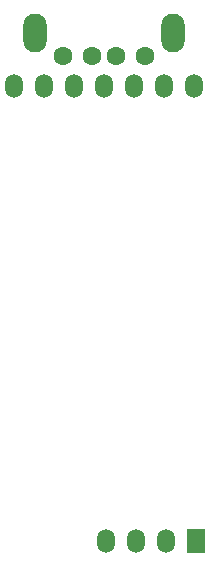
<source format=gbp>
%TF.GenerationSoftware,KiCad,Pcbnew,7.0.10*%
%TF.CreationDate,2024-03-08T01:09:17+05:30*%
%TF.ProjectId,ADAPTER PCB,41444150-5445-4522-9050-43422e6b6963,rev?*%
%TF.SameCoordinates,Original*%
%TF.FileFunction,Paste,Bot*%
%TF.FilePolarity,Positive*%
%FSLAX46Y46*%
G04 Gerber Fmt 4.6, Leading zero omitted, Abs format (unit mm)*
G04 Created by KiCad (PCBNEW 7.0.10) date 2024-03-08 01:09:17*
%MOMM*%
%LPD*%
G01*
G04 APERTURE LIST*
%ADD10O,1.500000X2.000000*%
%ADD11R,1.500000X2.000000*%
%ADD12C,1.600000*%
%ADD13O,2.000000X3.300000*%
G04 APERTURE END LIST*
D10*
%TO.C,U1*%
X132620000Y-83250000D03*
X130080000Y-83250000D03*
X127540000Y-83250000D03*
X125000000Y-83250000D03*
X122460000Y-83250000D03*
X119920000Y-83250000D03*
X117380000Y-83250000D03*
X125180000Y-121750000D03*
X127720000Y-121750000D03*
X130260000Y-121750000D03*
D11*
X132800000Y-121750000D03*
%TD*%
D12*
%TO.C,J1*%
X121500000Y-80750000D03*
X124000000Y-80750000D03*
X126000000Y-80750000D03*
X128500000Y-80750000D03*
D13*
X130850000Y-78750000D03*
X119150000Y-78750000D03*
%TD*%
M02*

</source>
